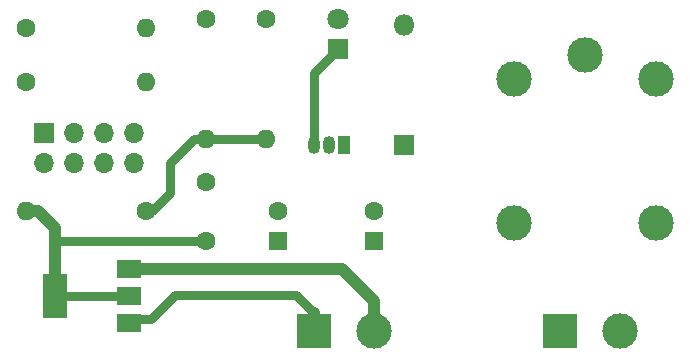
<source format=gtl>
G04 #@! TF.GenerationSoftware,KiCad,Pcbnew,(5.1.6)-1*
G04 #@! TF.CreationDate,2020-10-10T20:49:59+03:00*
G04 #@! TF.ProjectId,eso,65736f2e-6b69-4636-9164-5f7063625858,rev?*
G04 #@! TF.SameCoordinates,Original*
G04 #@! TF.FileFunction,Copper,L1,Top*
G04 #@! TF.FilePolarity,Positive*
%FSLAX46Y46*%
G04 Gerber Fmt 4.6, Leading zero omitted, Abs format (unit mm)*
G04 Created by KiCad (PCBNEW (5.1.6)-1) date 2020-10-10 20:49:59*
%MOMM*%
%LPD*%
G01*
G04 APERTURE LIST*
G04 #@! TA.AperFunction,ComponentPad*
%ADD10C,1.800000*%
G04 #@! TD*
G04 #@! TA.AperFunction,ComponentPad*
%ADD11R,1.800000X1.800000*%
G04 #@! TD*
G04 #@! TA.AperFunction,ComponentPad*
%ADD12C,1.600000*%
G04 #@! TD*
G04 #@! TA.AperFunction,ComponentPad*
%ADD13R,1.700000X1.700000*%
G04 #@! TD*
G04 #@! TA.AperFunction,ComponentPad*
%ADD14O,1.700000X1.700000*%
G04 #@! TD*
G04 #@! TA.AperFunction,SMDPad,CuDef*
%ADD15R,2.000000X1.500000*%
G04 #@! TD*
G04 #@! TA.AperFunction,SMDPad,CuDef*
%ADD16R,2.000000X3.800000*%
G04 #@! TD*
G04 #@! TA.AperFunction,ComponentPad*
%ADD17O,1.600000X1.600000*%
G04 #@! TD*
G04 #@! TA.AperFunction,ComponentPad*
%ADD18R,1.050000X1.500000*%
G04 #@! TD*
G04 #@! TA.AperFunction,ComponentPad*
%ADD19O,1.050000X1.500000*%
G04 #@! TD*
G04 #@! TA.AperFunction,ComponentPad*
%ADD20C,3.000000*%
G04 #@! TD*
G04 #@! TA.AperFunction,ComponentPad*
%ADD21R,3.000000X3.000000*%
G04 #@! TD*
G04 #@! TA.AperFunction,ComponentPad*
%ADD22O,1.800000X1.800000*%
G04 #@! TD*
G04 #@! TA.AperFunction,ComponentPad*
%ADD23R,1.600000X1.600000*%
G04 #@! TD*
G04 #@! TA.AperFunction,Conductor*
%ADD24C,1.000000*%
G04 #@! TD*
G04 #@! TA.AperFunction,Conductor*
%ADD25C,0.800000*%
G04 #@! TD*
G04 APERTURE END LIST*
D10*
X105156000Y-69596000D03*
D11*
X105156000Y-72136000D03*
D12*
X93980000Y-83392000D03*
X93980000Y-88392000D03*
D13*
X80264000Y-79248000D03*
D14*
X80264000Y-81788000D03*
X82804000Y-79248000D03*
X82804000Y-81788000D03*
X85344000Y-79248000D03*
X85344000Y-81788000D03*
X87884000Y-79248000D03*
X87884000Y-81788000D03*
D15*
X87478000Y-95391000D03*
X87478000Y-90791000D03*
X87478000Y-93091000D03*
D16*
X81178000Y-93091000D03*
D12*
X88900000Y-85852000D03*
D17*
X78740000Y-85852000D03*
X93980000Y-79756000D03*
D12*
X93980000Y-69596000D03*
X99060000Y-69596000D03*
D17*
X99060000Y-79756000D03*
D12*
X78740000Y-74930000D03*
D17*
X88900000Y-74930000D03*
D12*
X78740000Y-70358000D03*
D17*
X88900000Y-70358000D03*
D18*
X105664000Y-80264000D03*
D19*
X103124000Y-80264000D03*
X104394000Y-80264000D03*
D20*
X120080000Y-74668000D03*
X120080000Y-86868000D03*
X132080000Y-86868000D03*
X132080000Y-74668000D03*
X126080000Y-72668000D03*
X129032000Y-96012000D03*
D21*
X123952000Y-96012000D03*
D20*
X108204000Y-96012000D03*
D21*
X103124000Y-96012000D03*
D22*
X110744000Y-70104000D03*
D11*
X110744000Y-80264000D03*
D23*
X108204000Y-88392000D03*
D12*
X108204000Y-85892000D03*
X100076000Y-85892000D03*
D23*
X100076000Y-88392000D03*
D24*
X103124000Y-94488000D02*
X103124000Y-96012000D01*
D25*
X103124000Y-74168000D02*
X103124000Y-80264000D01*
X105156000Y-72136000D02*
X103124000Y-74168000D01*
X101600000Y-92964000D02*
X103124000Y-94488000D01*
X91376500Y-92964000D02*
X101600000Y-92964000D01*
X87478000Y-95391000D02*
X87873000Y-94996000D01*
X89344500Y-94996000D02*
X91376500Y-92964000D01*
X87873000Y-94996000D02*
X89344500Y-94996000D01*
X87478000Y-93091000D02*
X84709000Y-93091000D01*
X84709000Y-93091000D02*
X81178000Y-93091000D01*
X81280000Y-88392000D02*
X84328000Y-88392000D01*
X84328000Y-88392000D02*
X93980000Y-88392000D01*
D24*
X79756000Y-85852000D02*
X81178000Y-87274000D01*
X78740000Y-85852000D02*
X79756000Y-85852000D01*
X81178000Y-87274000D02*
X81178000Y-93091000D01*
X108204000Y-93472000D02*
X108204000Y-96012000D01*
X87478000Y-90791000D02*
X105523000Y-90791000D01*
X105523000Y-90791000D02*
X108204000Y-93472000D01*
D25*
X97536000Y-79756000D02*
X99060000Y-79756000D01*
X97536000Y-79756000D02*
X93980000Y-79756000D01*
X98552000Y-79756000D02*
X97536000Y-79756000D01*
X92964000Y-79756000D02*
X93980000Y-79756000D01*
X90932000Y-81788000D02*
X92964000Y-79756000D01*
X90932000Y-84328000D02*
X90932000Y-81788000D01*
X88900000Y-85852000D02*
X89408000Y-85852000D01*
X89408000Y-85852000D02*
X90932000Y-84328000D01*
M02*

</source>
